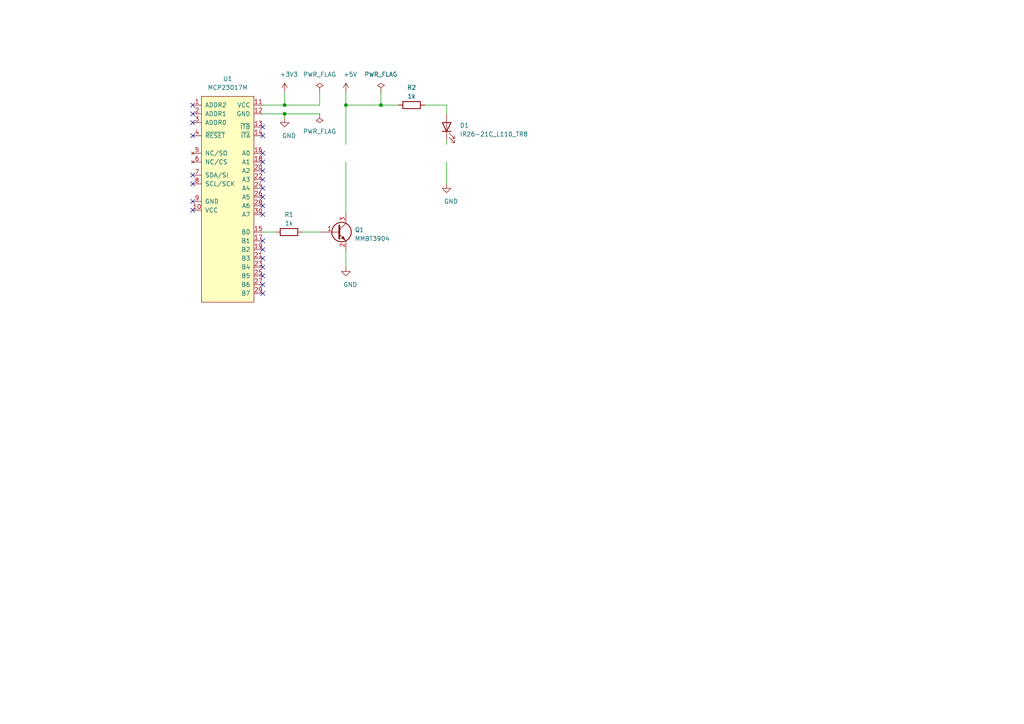
<source format=kicad_sch>
(kicad_sch (version 20210126) (generator eeschema)
  (paper "A4")
  (lib_symbols
    (symbol "Device:R" (pin_numbers hide) (pin_names (offset 0))
      (property "Reference" "R" (at 2.032 0 90))
      (property "Value" "R" (at 0 0 90))
      (symbol "R_0_1"
        (rectangle (start -1.016 -2.54) (end 1.016 2.54) (stroke (width 0.254)))
      )
      (symbol "R_1_1"
        (pin passive line (at 0 3.81 270) (length 1.27) (name "~") (number "1"))
        (pin passive line (at 0 -3.81 90) (length 1.27) (name "~") (number "2"))
      )
    )
    (symbol "LED:IR26-21C_L110_TR8" (pin_numbers hide) (pin_names (offset 1.016) hide)
      (property "Reference" "D" (at 0 2.54 0))
      (property "Value" "IR26-21C_L110_TR8" (at 0 -3.81 0))
      (symbol "IR26-21C_L110_TR8_0_1"
        (polyline (pts (xy -1.27 -1.27) (xy -1.27 1.27)) (stroke (width 0.254)))
        (polyline (pts (xy -1.27 0) (xy 1.27 0)))
        (polyline (pts (xy 1.27 -1.27) (xy 1.27 1.27) (xy -1.27 0) (xy 1.27 -1.27)) (stroke (width 0.254)))
        (polyline (pts (xy -3.048 -0.762) (xy -4.572 -2.286) (xy -3.81 -2.286) (xy -4.572 -2.286) (xy -4.572 -1.524)))
        (polyline (pts (xy -1.778 -0.762) (xy -3.302 -2.286) (xy -2.54 -2.286) (xy -3.302 -2.286) (xy -3.302 -1.524)))
      )
      (symbol "IR26-21C_L110_TR8_1_1"
        (pin passive line (at -3.81 0 0) (length 2.54) (name "K") (number "1"))
        (pin passive line (at 3.81 0 180) (length 2.54) (name "A") (number "2"))
      )
    )
    (symbol "Transistor_BJT:MMBT3904" (pin_names (offset 0) hide)
      (property "Reference" "Q" (at 5.08 1.905 0))
      (property "Value" "MMBT3904" (at 5.08 0 0))
      (symbol "MMBT3904_0_1"
        (circle (center 1.27 0) (radius 2.8194) (stroke (width 0.254)))
        (polyline (pts (xy 0.635 0.635) (xy 2.54 2.54)))
        (polyline (pts (xy 0.635 -0.635) (xy 2.54 -2.54) (xy 2.54 -2.54)))
        (polyline (pts (xy 0.635 1.905) (xy 0.635 -1.905) (xy 0.635 -1.905)) (stroke (width 0.508)))
        (polyline (pts (xy 1.27 -1.778) (xy 1.778 -1.27) (xy 2.286 -2.286) (xy 1.27 -1.778) (xy 1.27 -1.778)) (fill (type outline)))
      )
      (symbol "MMBT3904_1_1"
        (pin input line (at -5.08 0 0) (length 5.715) (name "B") (number "1"))
        (pin passive line (at 2.54 -5.08 90) (length 2.54) (name "E") (number "2"))
        (pin passive line (at 2.54 5.08 270) (length 2.54) (name "C") (number "3"))
      )
    )
    (symbol "UH_HA:MCP23017M" (pin_names (offset 1.016))
      (property "Reference" "U" (at 0 16.51 0))
      (property "Value" "MCP23017M" (at 0 19.05 0))
      (symbol "MCP23017M_0_1"
        (rectangle (start 7.62 -45.72) (end -7.62 13.97) (fill (type background)))
      )
      (symbol "MCP23017M_1_1"
        (pin input line (at -10.16 11.43 0) (length 2.54) (name "ADDR2") (number "1"))
        (pin power_in line (at -10.16 -19.05 0) (length 2.54) (name "VCC") (number "10"))
        (pin power_in line (at 10.16 11.43 180) (length 2.54) (name "VCC") (number "11"))
        (pin power_in line (at 10.16 8.89 180) (length 2.54) (name "GND") (number "12"))
        (pin output line (at 10.16 5.08 180) (length 2.54) (name "~ITB") (number "13"))
        (pin output line (at 10.16 2.54 180) (length 2.54) (name "~ITA") (number "14"))
        (pin bidirectional line (at 10.16 -25.4 180) (length 2.54) (name "B0") (number "15"))
        (pin bidirectional line (at 10.16 -2.54 180) (length 2.54) (name "A0") (number "16"))
        (pin bidirectional line (at 10.16 -27.94 180) (length 2.54) (name "B1") (number "17"))
        (pin bidirectional line (at 10.16 -5.08 180) (length 2.54) (name "A1") (number "18"))
        (pin bidirectional line (at 10.16 -30.48 180) (length 2.54) (name "B2") (number "19"))
        (pin input line (at -10.16 8.89 0) (length 2.54) (name "ADDR1") (number "2"))
        (pin bidirectional line (at 10.16 -7.62 180) (length 2.54) (name "A2") (number "20"))
        (pin bidirectional line (at 10.16 -33.02 180) (length 2.54) (name "B3") (number "21"))
        (pin bidirectional line (at 10.16 -10.16 180) (length 2.54) (name "A3") (number "22"))
        (pin bidirectional line (at 10.16 -35.56 180) (length 2.54) (name "B4") (number "23"))
        (pin bidirectional line (at 10.16 -12.7 180) (length 2.54) (name "A4") (number "24"))
        (pin bidirectional line (at 10.16 -38.1 180) (length 2.54) (name "B5") (number "25"))
        (pin bidirectional line (at 10.16 -15.24 180) (length 2.54) (name "A5") (number "26"))
        (pin bidirectional line (at 10.16 -40.64 180) (length 2.54) (name "B6") (number "27"))
        (pin bidirectional line (at 10.16 -17.78 180) (length 2.54) (name "A6") (number "28"))
        (pin bidirectional line (at 10.16 -43.18 180) (length 2.54) (name "B7") (number "29"))
        (pin input line (at -10.16 6.35 0) (length 2.54) (name "ADDR0") (number "3"))
        (pin bidirectional line (at 10.16 -20.32 180) (length 2.54) (name "A7") (number "30"))
        (pin input line (at -10.16 2.54 0) (length 2.54) (name "~RESET") (number "4"))
        (pin no_connect line (at -10.16 -2.54 0) (length 2.54) (name "NC/SO") (number "5"))
        (pin no_connect line (at -10.16 -5.08 0) (length 2.54) (name "NC/CS") (number "6"))
        (pin bidirectional line (at -10.16 -8.89 0) (length 2.54) (name "SDA/SI") (number "7"))
        (pin bidirectional line (at -10.16 -11.43 0) (length 2.54) (name "SCL/SCK") (number "8"))
        (pin power_in line (at -10.16 -16.51 0) (length 2.54) (name "GND") (number "9"))
      )
    )
    (symbol "power:+3V3" (power) (pin_names (offset 0))
      (property "Value" "+3V3" (at 0 3.556 0))
      (symbol "+3V3_0_1"
        (polyline (pts (xy -0.762 1.27) (xy 0 2.54)))
        (polyline (pts (xy 0 0) (xy 0 2.54)))
        (polyline (pts (xy 0 2.54) (xy 0.762 1.27)))
      )
      (symbol "+3V3_1_1"
        (pin power_in line (at 0 0 90) (length 0) hide (name "+3V3") (number "1"))
      )
    )
    (symbol "power:+5V" (power) (pin_names (offset 0))
      (property "Value" "+5V" (at 0 3.556 0))
      (symbol "+5V_0_1"
        (polyline (pts (xy -0.762 1.27) (xy 0 2.54)))
        (polyline (pts (xy 0 0) (xy 0 2.54)))
        (polyline (pts (xy 0 2.54) (xy 0.762 1.27)))
      )
      (symbol "+5V_1_1"
        (pin power_in line (at 0 0 90) (length 0) hide (name "+5V") (number "1"))
      )
    )
    (symbol "power:GND" (power) (pin_names (offset 0))
      (property "Value" "GND" (at 0 -3.81 0))
      (symbol "GND_0_1"
        (polyline (pts (xy 0 0) (xy 0 -1.27) (xy 1.27 -1.27) (xy 0 -2.54) (xy -1.27 -1.27) (xy 0 -1.27)))
      )
      (symbol "GND_1_1"
        (pin power_in line (at 0 0 270) (length 0) hide (name "GND") (number "1"))
      )
    )
    (symbol "power:PWR_FLAG" (power) (pin_numbers hide) (pin_names (offset 0) hide)
      (property "Value" "PWR_FLAG" (at 0 3.81 0))
      (symbol "PWR_FLAG_0_0"
        (pin power_out line (at 0 0 90) (length 0) (name "pwr") (number "1"))
      )
      (symbol "PWR_FLAG_0_1"
        (polyline (pts (xy 0 0) (xy 0 1.27) (xy -1.016 1.905) (xy 0 2.54) (xy 1.016 1.905) (xy 0 1.27)))
      )
    )
  )
  (junction (at 82.55 30.48) (diameter 0.9144))
  (junction (at 82.55 33.02) (diameter 0.9144))
  (junction (at 100.33 30.48) (diameter 0.9144))
  (junction (at 110.49 30.48) (diameter 0.9144))
  (no_connect (at 55.88 30.48))
  (no_connect (at 55.88 33.02))
  (no_connect (at 55.88 35.56))
  (no_connect (at 55.88 39.37))
  (no_connect (at 55.88 50.8))
  (no_connect (at 55.88 53.34))
  (no_connect (at 55.88 58.42))
  (no_connect (at 55.88 60.96))
  (no_connect (at 76.2 36.83))
  (no_connect (at 76.2 39.37))
  (no_connect (at 76.2 44.45))
  (no_connect (at 76.2 46.99))
  (no_connect (at 76.2 49.53))
  (no_connect (at 76.2 52.07))
  (no_connect (at 76.2 54.61))
  (no_connect (at 76.2 57.15))
  (no_connect (at 76.2 59.69))
  (no_connect (at 76.2 62.23))
  (no_connect (at 76.2 69.85))
  (no_connect (at 76.2 72.39))
  (no_connect (at 76.2 74.93))
  (no_connect (at 76.2 77.47))
  (no_connect (at 76.2 80.01))
  (no_connect (at 76.2 82.55))
  (no_connect (at 76.2 85.09))
  (wire (pts (xy 76.2 30.48) (xy 82.55 30.48)))
  (wire (pts (xy 76.2 33.02) (xy 82.55 33.02)))
  (wire (pts (xy 76.2 67.31) (xy 80.01 67.31)))
  (wire (pts (xy 82.55 26.67) (xy 82.55 30.48)))
  (wire (pts (xy 82.55 33.02) (xy 82.55 34.29)))
  (wire (pts (xy 82.55 33.02) (xy 92.71 33.02)))
  (wire (pts (xy 87.63 67.31) (xy 92.71 67.31)))
  (wire (pts (xy 92.71 26.67) (xy 92.71 30.48)))
  (wire (pts (xy 92.71 30.48) (xy 82.55 30.48)))
  (wire (pts (xy 100.33 26.67) (xy 100.33 30.48)))
  (wire (pts (xy 100.33 30.48) (xy 100.33 41.91)))
  (wire (pts (xy 100.33 46.99) (xy 100.33 62.23)))
  (wire (pts (xy 100.33 72.39) (xy 100.33 77.47)))
  (wire (pts (xy 110.49 26.67) (xy 110.49 30.48)))
  (wire (pts (xy 110.49 30.48) (xy 100.33 30.48)))
  (wire (pts (xy 110.49 30.48) (xy 115.57 30.48)))
  (wire (pts (xy 123.19 30.48) (xy 129.54 30.48)))
  (wire (pts (xy 129.54 30.48) (xy 129.54 33.02)))
  (wire (pts (xy 129.54 40.64) (xy 129.54 41.91)))
  (wire (pts (xy 129.54 46.99) (xy 129.54 53.34)))
  (symbol (lib_id "power:+3V3") (at 82.55 26.67 0) (unit 1)
    (property "Reference" "#PWR01" (effects hide))
    (property "Value" "+3V3" (at 83.82 21.59 0))
  )
  (symbol (lib_id "power:+5V") (at 100.33 26.67 0) (unit 1)
    (property "Reference" "#PWR03" (effects hide))
    (property "Value" "+5V" (at 101.6 21.59 0))
  )
  (symbol (lib_id "power:PWR_FLAG") (at 92.71 26.67 0) (unit 1)
    (property "Reference" "#FLG01" (effects hide))
    (property "Value" "PWR_FLAG" (at 92.71 21.59 0))
  )
  (symbol (lib_id "power:PWR_FLAG") (at 92.71 33.02 180) (unit 1)
    (property "Reference" "#FLG02" (effects hide))
    (property "Value" "PWR_FLAG" (at 92.71 38.1 0))
  )
  (symbol (lib_id "power:PWR_FLAG") (at 110.49 26.67 0) (unit 1)
    (property "Reference" "#FLG03" (effects hide))
    (property "Value" "PWR_FLAG" (at 110.49 21.59 0))
  )
  (symbol (lib_id "power:GND") (at 82.55 34.29 0) (unit 1)
    (property "Reference" "#PWR02" (effects hide))
    (property "Value" "GND" (at 83.82 39.37 0))
  )
  (symbol (lib_id "power:GND") (at 100.33 77.47 0) (unit 1)
    (property "Reference" "#PWR04" (effects hide))
    (property "Value" "GND" (at 101.6 82.55 0))
  )
  (symbol (lib_id "power:GND") (at 129.54 53.34 0) (unit 1)
    (property "Reference" "#PWR05" (effects hide))
    (property "Value" "GND" (at 130.81 58.42 0))
  )
  (symbol (lib_id "Device:R") (at 83.82 67.31 90) (unit 1)
    (property "Reference" "R1" (at 83.82 62.23 90))
    (property "Value" "1k" (at 83.82 64.77 90))
    (property "Footprint" "Resistor_SMD:R_1206_3216Metric_Pad1.30x1.75mm_HandSolder" (effects hide))
  )
  (symbol (lib_id "Device:R") (at 119.38 30.48 90) (unit 1)
    (property "Reference" "R2" (at 119.38 25.4 90))
    (property "Value" "1k" (at 119.38 27.94 90))
    (property "Footprint" "Resistor_SMD:R_1206_3216Metric_Pad1.30x1.75mm_HandSolder" (effects hide))
  )
  (symbol (lib_id "LED:IR26-21C_L110_TR8") (at 129.54 36.83 90) (unit 1)
    (property "Reference" "D1" (at 133.35 36.3854 90) (effects (justify right)))
    (property "Value" "IR26-21C_L110_TR8" (at 133.35 38.9254 90) (effects (justify right)))
    (property "Footprint" "LED_SMD:LED_1206_3216Metric" (effects hide))
    (property "Datasheet" "http://www.everlight.com/file/ProductFile/IR26-21C-L110-TR8.pdf" (effects hide))
  )
  (symbol (lib_id "Transistor_BJT:MMBT3904") (at 97.79 67.31 0) (unit 1)
    (property "Reference" "Q1" (at 102.87 66.6749 0) (effects (justify left)))
    (property "Value" "MMBT3904" (at 102.87 69.2149 0) (effects (justify left)))
    (property "Footprint" "Package_TO_SOT_SMD:SOT-23" (effects hide))
    (property "Datasheet" "https://www.onsemi.com/pub/Collateral/2N3903-D.PDF" (effects hide))
  )
  (symbol (lib_id "UH_HA:MCP23017M") (at 66.04 41.91 0) (unit 1)
    (property "Reference" "U1" (at 66.04 22.86 0))
    (property "Value" "MCP23017M" (at 66.04 25.4 0))
    (property "Footprint" "UH_HA:Module_MCP23017" (effects hide))
  )
)
</source>
